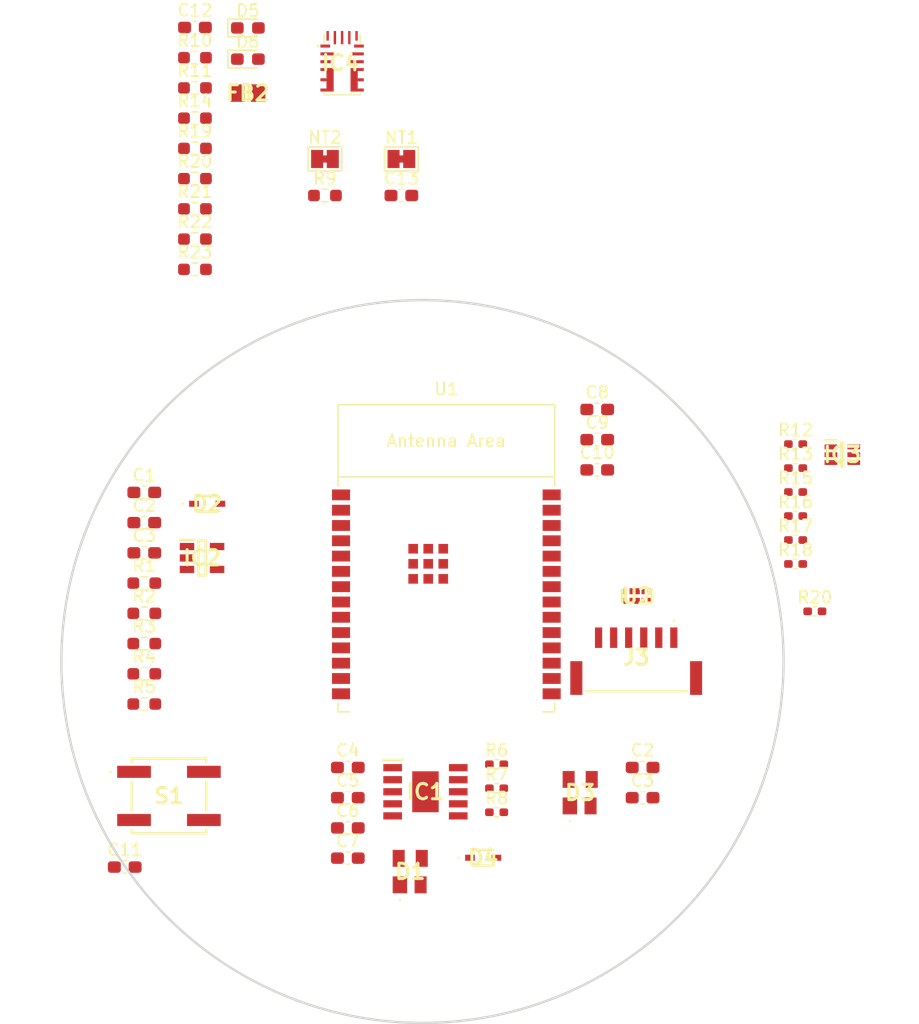
<source format=kicad_pcb>
(kicad_pcb (version 20241229) (generator "pcbnew") (generator_version "9.0")
  (layers (0 "F.Cu" signal) (4 "In1.Cu" signal) (6 "In2.Cu" signal) (2 "B.Cu" signal) (13 "F.Paste" user) (15 "B.Paste" user) (5 "F.SilkS" user "F.Silkscreen") (7 "B.SilkS" user "B.Silkscreen") (1 "F.Mask" user) (3 "B.Mask" user) (25 "Edge.Cuts" user))
  (net 0 "")
  (net 1 "GNDA")
  (net 2 "Net-(C1-Pad1)")
  (net 3 "+3V3")
  (net 4 "Net-(D2-K)")
  (net 5 "Net-(IC2-IN-)")
  (net 6 "Net-(IC2-IN+)")
  (net 7 "/0-10V Driver/VCC")
  (net 8 "GND")
  (net 9 "GNDA_2")
  (net 10 "Net-(D1-I{slash}O_1)")
  (net 11 "Net-(IC1-V5V)")
  (net 12 "/MCU/CHIP_PU")
  (net 17 "Net-(IC1-A2)")
  (net 19 "Net-(IC1-VOUT0)")
  (net 20 "Net-(IC1-A0)")
  (net 21 "Net-(IC1-A1)")
  (net 22 "/0-10V Driver/SDA")
  (net 25 "/MCU/GPIO3")
  (net 26 "/MCU/GPIO10")
  (net 27 "/MCU/GPIO9")
  (net 28 "/MCU/GPIO19")
  (net 29 "/MCU/GPIO20")
  (net 30 "/MCU/GPIO13")
  (net 31 "/MCU/GPIO5")
  (net 32 "/MCU/UART_RXD")
  (net 33 "/MCU/GPIO4")
  (net 34 "/MCU/GPIO8")
  (net 35 "/MCU/GPIO22")
  (net 36 "/MCU/GPIO11")
  (net 37 "/MCU/GPIO15")
  (net 38 "/MCU/GPIO23")
  (net 39 "/MCU/GPIO12")
  (net 40 "/MCU/UART_TXD")
  (net 41 "/MCU/GPIO0")
  (net 42 "/MCU/GPIO2")
  (net 43 "/MCU/GPIO18")
  (net 44 "/MCU/GPIO1")
  (net 45 "/MCU/GPIO21")
  (net 46 "Net-(IC3-B1)")
  (net 47 "/MCU/RTS")
  (net 48 "/MCU/DTR")
  (net 49 "Net-(IC3-B2)")
  (net 50 "Net-(U2-N{slash}C_3)")
  (net 51 "Net-(U2-N{slash}C_2)")
  (net 52 "Net-(U2-N{slash}C_1)")
  (net 53 "Net-(U2-N{slash}C_4)")
  (net 54 "Net-(U2-I{slash}O_4)")
  (net 55 "Net-(U2-I{slash}O_3)")
  (net 56 "Net-(U2-I{slash}O_2)")
  (net 57 "Net-(U2-I{slash}O_1)")
  (net 58 "/0-10V Driver/SCL")
  (net 63 "+3V3_ESP")
  (net 64 "Net-(S1-COM_2)")
  (net 65 "Net-(D5-A)")
  (net 66 "Net-(D6-A)")
  (footprint "Capacitor_SMD:C_0603_1608Metric_Pad1.08x0.95mm_HandSolder" (layer "F.Cu") (at 129.0287 89.1748)
    (property "Reference" "C6" (at 0 -1.43 0) (layer "F.SilkS"))
    (property "Value" "1uF 50V X7R ±10% 0603")
    (pad "1" smd roundrect (at -0.8625 0) (size 1.075 0.95) (layers "F.Cu" "F.Mask" "F.Paste") (net 11 "Net-(IC1-V5V)"))
    (pad "2" smd roundrect (at 0.8625 0) (size 1.075 0.95) (layers "F.Cu" "F.Mask" "F.Paste") (net 8 "GND"))
  )
  (footprint "Resistor_SMD:R_0402_1005Metric_Pad0.72x0.64mm_HandSolder" (layer "F.Cu") (at 141.3887 83.8948)
    (property "Reference" "R6" (at 0 -1.17 0) (layer "F.SilkS"))
    (property "Value" "0R 5% 0402 1/16W")
    (pad "1" smd roundrect (at -0.5975 0) (size 0.715 0.64) (layers "F.Cu" "F.Mask" "F.Paste") (net 8 "GND"))
    (pad "2" smd roundrect (at 0.5975 0) (size 0.715 0.64) (layers "F.Cu" "F.Mask" "F.Paste") (net 20 "Net-(IC1-A0)"))
  )
  (footprint "Capacitor_SMD:C_0603_1608Metric_Pad1.08x0.95mm_HandSolder" (layer "F.Cu") (at 153.5187 86.6648)
    (property "Reference" "C3" (at 0 -1.43 0) (layer "F.SilkS"))
    (property "Value" "1uF 50V X7R ±10% 0603")
    (pad "1" smd roundrect (at -0.8625 0) (size 1.075 0.95) (layers "F.Cu" "F.Mask" "F.Paste") (net 1 "GNDA"))
    (pad "2" smd roundrect (at 0.8625 0) (size 1.075 0.95) (layers "F.Cu" "F.Mask" "F.Paste") (net 3 "+3V3"))
  )
  (footprint "SamacSys_Parts:KSC221JLFS" (layer "F.Cu") (at 114.1686 86.519)
    (property "Reference" "S1" (at 0 0 0) (layer "F.SilkS") (effects (font (size 1.27 1.27) (thickness 0.254))))
    (property "Value" "KSC221JLFS" (hide yes))
    (pad "1" smd rect (at -2.9 -2 90) (size 1 2.8) (layers "F.Cu" "F.Mask" "F.Paste"))
    (pad "2" smd rect (at -2.9 2 90) (size 1 2.8) (layers "F.Cu" "F.Mask" "F.Paste"))
    (pad "3" smd rect (at 2.9 2 90) (size 1 2.8) (layers "F.Cu" "F.Mask" "F.Paste") (net 64 "Net-(S1-COM_2)"))
    (pad "4" smd rect (at 2.9 -2 90) (size 1 2.8) (layers "F.Cu" "F.Mask" "F.Paste") (net 8 "GND"))
  )
  (footprint "SamacSys_Parts:INDC2012X105N" (layer "F.Cu") (at 120.7281 28.1776)
    (property "Reference" "FB2" (at 0 0 0) (layer "F.SilkS") (effects (font (size 1.27 1.27) (thickness 0.254))))
    (property "Value" "330Ohm@100MHz 0805" (hide yes))
    (pad "1" smd rect (at -0.85 0) (size 1.2 1.45) (layers "F.Cu" "F.Mask" "F.Paste") (net 3 "+3V3"))
    (pad "2" smd rect (at 0.85 0) (size 1.2 1.45) (layers "F.Cu" "F.Mask" "F.Paste") (net 63 "+3V3_ESP"))
  )
  (footprint "Resistor_SMD:R_0402_1005Metric_Pad0.72x0.64mm_HandSolder" (layer "F.Cu") (at 167.8299 71.1962)
    (property "Reference" "R20" (at 0 -1.17 0) (layer "F.SilkS"))
    (property "Value" "100R 1% 0402 1/16W")
    (pad "1" smd roundrect (at -0.5975 0) (size 0.715 0.64) (layers "F.Cu" "F.Mask" "F.Paste"))
    (pad "2" smd roundrect (at 0.5975 0) (size 0.715 0.64) (layers "F.Cu" "F.Mask" "F.Paste"))
  )
  (footprint "Resistor_SMD:R_0603_1608Metric_Pad0.98x0.95mm_HandSolder" (layer "F.Cu") (at 116.3281 37.7876)
    (property "Reference" "R21" (at 0 -1.43 0) (layer "F.SilkS"))
    (property "Value" "330R 1% 0603")
    (pad "1" smd roundrect (at -0.9125 0) (size 0.975 0.95) (layers "F.Cu" "F.Mask" "F.Paste") (net 65 "Net-(D5-A)"))
    (pad "2" smd roundrect (at 0.9125 0) (size 0.975 0.95) (layers "F.Cu" "F.Mask" "F.Paste") (net 3 "+3V3"))
  )
  (footprint "Capacitor_SMD:C_0603_1608Metric_Pad1.08x0.95mm_HandSolder" (layer "F.Cu") (at 149.7487 59.4548)
    (property "Reference" "C10" (at 0 -1.43 0) (layer "F.SilkS"))
    (property "Value" "1uF 50V X7R ±10% 0603")
    (pad "1" smd roundrect (at -0.8625 0) (size 1.075 0.95) (layers "F.Cu" "F.Mask" "F.Paste") (net 8 "GND"))
    (pad "2" smd roundrect (at 0.8625 0) (size 1.075 0.95) (layers "F.Cu" "F.Mask" "F.Paste") (net 12 "/MCU/CHIP_PU"))
  )
  (footprint "Resistor_SMD:R_0402_1005Metric_Pad0.72x0.64mm_HandSolder" (layer "F.Cu") (at 166.2284 67.2654)
    (property "Reference" "R18" (at 0 -1.17 0) (layer "F.SilkS"))
    (property "Value" "100R 1% 0402 1/16W")
    (pad "1" smd roundrect (at -0.5975 0) (size 0.715 0.64) (layers "F.Cu" "F.Mask" "F.Paste") (net 40 "/MCU/UART_TXD"))
    (pad "2" smd roundrect (at 0.5975 0) (size 0.715 0.64) (layers "F.Cu" "F.Mask" "F.Paste") (net 57 "Net-(U2-I{slash}O_1)"))
  )
  (footprint "Capacitor_SMD:C_0603_1608Metric_Pad1.08x0.95mm_HandSolder" (layer "F.Cu") (at 112.1175 66.3424)
    (property "Reference" "C3" (at 0 -1.43 0) (layer "F.SilkS"))
    (property "Value" "16V 1uF X7R ±5% 0603")
    (pad "1" smd roundrect (at -0.8625 0) (size 1.075 0.95) (layers "F.Cu" "F.Mask" "F.Paste") (net 3 "+3V3"))
    (pad "2" smd roundrect (at 0.8625 0) (size 1.075 0.95) (layers "F.Cu" "F.Mask" "F.Paste") (net 1 "GNDA"))
  )
  (footprint "Capacitor_SMD:C_0603_1608Metric_Pad1.08x0.95mm_HandSolder" (layer "F.Cu") (at 112.1175 61.3224)
    (property "Reference" "C1" (at 0 -1.43 0) (layer "F.SilkS"))
    (property "Value" "X7R 10 nF, 0603, 50 V, ±5%")
    (pad "1" smd roundrect (at -0.8625 0) (size 1.075 0.95) (layers "F.Cu" "F.Mask" "F.Paste") (net 2 "Net-(C1-Pad1)"))
    (pad "2" smd roundrect (at 0.8625 0) (size 1.075 0.95) (layers "F.Cu" "F.Mask" "F.Paste") (net 1 "GNDA"))
  )
  (footprint "Resistor_SMD:R_0402_1005Metric_Pad0.72x0.64mm_HandSolder" (layer "F.Cu") (at 166.2284 63.2854)
    (property "Reference" "R16" (at 0 -1.17 0) (layer "F.SilkS"))
    (property "Value" "100R 1% 0402 1/16W")
    (pad "1" smd roundrect (at -0.5975 0) (size 0.715 0.64) (layers "F.Cu" "F.Mask" "F.Paste") (net 48 "/MCU/DTR"))
    (pad "2" smd roundrect (at 0.5975 0) (size 0.715 0.64) (layers "F.Cu" "F.Mask" "F.Paste") (net 55 "Net-(U2-I{slash}O_3)"))
  )
  (footprint "Capacitor_SMD:C_0603_1608Metric_Pad1.08x0.95mm_HandSolder" (layer "F.Cu") (at 153.5187 84.1548)
    (property "Reference" "C2" (at 0 -1.43 0) (layer "F.SilkS"))
    (property "Value" "100nF 50V X7R ±5% 0603")
    (pad "1" smd roundrect (at -0.8625 0) (size 1.075 0.95) (layers "F.Cu" "F.Mask" "F.Paste") (net 3 "+3V3"))
    (pad "2" smd roundrect (at 0.8625 0) (size 1.075 0.95) (layers "F.Cu" "F.Mask" "F.Paste") (net 1 "GNDA"))
  )
  (footprint "SamacSys_Parts:SOT95P280X145-5N" (layer "F.Cu") (at 116.9175 66.7674)
    (property "Reference" "IC2" (at 0 0 0) (layer "F.SilkS") (effects (font (size 1.27 1.27) (thickness 0.254))))
    (property "Value" "TLV9061IDBVR" (hide yes))
    (pad "1" smd rect (at -1.25 -0.95 90) (size 0.6 1.2) (layers "F.Cu" "F.Mask" "F.Paste") (net 5 "Net-(IC2-IN-)"))
    (pad "2" smd rect (at -1.25 0 90) (size 0.6 1.2) (layers "F.Cu" "F.Mask" "F.Paste") (net 1 "GNDA"))
    (pad "3" smd rect (at -1.25 0.95 90) (size 0.6 1.2) (layers "F.Cu" "F.Mask" "F.Paste") (net 6 "Net-(IC2-IN+)"))
    (pad "4" smd rect (at 1.25 0.95 90) (size 0.6 1.2) (layers "F.Cu" "F.Mask" "F.Paste") (net 5 "Net-(IC2-IN-)"))
    (pad "5" smd rect (at 1.25 -0.95 90) (size 0.6 1.2) (layers "F.Cu" "F.Mask" "F.Paste") (net 3 "+3V3"))
  )
  (footprint "Capacitor_SMD:C_0603_1608Metric_Pad1.08x0.95mm_HandSolder" (layer "F.Cu") (at 149.7487 56.9448)
    (property "Reference" "C9" (at 0 -1.43 0) (layer "F.SilkS"))
    (property "Value" "100nF 50V X7R ±5% 0603")
    (pad "1" smd roundrect (at -0.8625 0) (size 1.075 0.95) (layers "F.Cu" "F.Mask" "F.Paste") (net 63 "+3V3_ESP"))
    (pad "2" smd roundrect (at 0.8625 0) (size 1.075 0.95) (layers "F.Cu" "F.Mask" "F.Paste") (net 8 "GND"))
  )
  (footprint "SamacSys_Parts:UDFN10_CASE_517BB" (layer "F.Cu") (at 153.0604 69.9262 180)
    (property "Reference" "U2" (at 0 0 180) (layer "F.SilkS") (effects (font (size 1.27 1.27) (thickness 0.254))))
    (property "Value" "ESD7004MUTAG" (hide yes))
    (pad "1" smd rect (at -1 0.4 180) (size 0.25 0.5) (layers "F.Cu" "F.Mask" "F.Paste") (net 57 "Net-(U2-I{slash}O_1)"))
    (pad "2" smd rect (at -0.5 0.4 180) (size 0.25 0.5) (layers "F.Cu" "F.Mask" "F.Paste") (net 56 "Net-(U2-I{slash}O_2)"))
    (pad "3" smd rect (at 0 0.4 180) (size 0.45 0.5) (layers "F.Cu" "F.Mask" "F.Paste") (net 8 "GND"))
    (pad "4" smd rect (at 0.5 0.4 180) (size 0.25 0.5) (layers "F.Cu" "F.Mask" "F.Paste") (net 55 "Net-(U2-I{slash}O_3)"))
    (pad "5" smd rect (at 1 0.4 180) (size 0.25 0.5) (layers "F.Cu" "F.Mask" "F.Paste") (net 54 "Net-(U2-I{slash}O_4)"))
    (pad "6" smd rect (at 1 -0.4 180) (size 0.25 0.5) (layers "F.Cu" "F.Mask" "F.Paste") (net 52 "Net-(U2-N{slash}C_1)"))
    (pad "7" smd rect (at 0.5 -0.4 180) (size 0.25 0.5) (layers "F.Cu" "F.Mask" "F.Paste") (net 51 "Net-(U2-N{slash}C_2)"))
    (pad "8" smd rect (at 0 -0.4 180) (size 0.45 0.5) (layers "F.Cu" "F.Mask" "F.Paste") (net 8 "GND"))
    (pad "9" smd rect (at -0.5 -0.4 180) (size 0.25 0.5) (layers "F.Cu" "F.Mask" "F.Paste") (net 50 "Net-(U2-N{slash}C_3)"))
    (pad "10" smd rect (at -1 -0.4 180) (size 0.25 0.5) (layers "F.Cu" "F.Mask" "F.Paste") (net 53 "Net-(U2-N{slash}C_4)"))
  )
  (footprint "SamacSys_Parts:SOT65P210X110-6N" (layer "F.Cu") (at 170.1134 58.1954)
    (property "Reference" "IC3" (at 0 0 0) (layer "F.SilkS") (effects (font (size 1.27 1.27) (thickness 0.254))))
    (property "Value" "BC847BDW1T1G" (hide yes))
    (pad "1" smd rect (at -0.95 -0.65 90) (size 0.4 1.05) (layers "F.Cu" "F.Mask" "F.Paste") (net 48 "/MCU/DTR"))
    (pad "2" smd rect (at -0.95 0 90) (size 0.4 1.05) (layers "F.Cu" "F.Mask" "F.Paste") (net 49 "Net-(IC3-B2)"))
    (pad "3" smd rect (at -0.95 0.65 90) (size 0.4 1.05) (layers "F.Cu" "F.Mask" "F.Paste") (net 12 "/MCU/CHIP_PU"))
    (pad "4" smd rect (at 0.95 0.65 90) (size 0.4 1.05) (layers "F.Cu" "F.Mask" "F.Paste") (net 47 "/MCU/RTS"))
    (pad "5" smd rect (at 0.95 0 90) (size 0.4 1.05) (layers "F.Cu" "F.Mask" "F.Paste") (net 46 "Net-(IC3-B1)"))
    (pad "6" smd rect (at 0.95 -0.65 90) (size 0.4 1.05) (layers "F.Cu" "F.Mask" "F.Paste") (net 27 "/MCU/GPIO9"))
  )
  (footprint "Resistor_SMD:R_0603_1608Metric_Pad0.98x0.95mm_HandSolder" (layer "F.Cu") (at 116.3281 42.8076)
    (property "Reference" "R23" (at 0 -1.43 0) (layer "F.SilkS"))
    (property "Value" "220R 1% 0603")
    (pad "1" smd roundrect (at -0.9125 0) (size 0.975 0.95) (layers "F.Cu" "F.Mask" "F.Paste") (net 66 "Net-(D6-A)"))
    (pad "2" smd roundrect (at 0.9125 0) (size 0.975 0.95) (layers "F.Cu" "F.Mask" "F.Paste") (net 3 "+3V3"))
  )
  (footprint "SamacSys_Parts:BM06BGHSTBTLFSN" (layer "F.Cu") (at 152.9876 75.6084)
    (property "Reference" "J3" (at 0 -0.587 0) (layer "F.SilkS") (effects (font (size 1.27 1.27) (thickness 0.254))))
    (property "Value" "BM06B-GHS-TBT_LF__SN_" (hide yes))
    (pad "1" smd rect (at 3.125 -2.225) (size 0.6 1.7) (layers "F.Cu" "F.Mask" "F.Paste") (net 8 "GND"))
    (pad "2" smd rect (at 1.875 -2.225) (size 0.6 1.7) (layers "F.Cu" "F.Mask" "F.Paste") (net 53 "Net-(U2-N{slash}C_4)"))
    (pad "3" smd rect (at 0.625 -2.225) (size 0.6 1.7) (layers "F.Cu" "F.Mask" "F.Paste") (net 50 "Net-(U2-N{slash}C_3)"))
    (pad "4" smd rect (at -0.625 -2.225) (size 0.6 1.7) (layers "F.Cu" "F.Mask" "F.Paste") (net 51 "Net-(U2-N{slash}C_2)"))
    (pad "5" smd rect (at -1.875 -2.225) (size 0.6 1.7) (layers "F.Cu" "F.Mask" "F.Paste") (net 52 "Net-(U2-N{slash}C_1)"))
    (pad "6" smd rect (at -3.125 -2.225) (size 0.6 1.7) (layers "F.Cu" "F.Mask" "F.Paste"))
    (pad "MP1" smd rect (at 4.975 1.125) (size 1 2.8) (layers "F.Cu" "F.Mask" "F.Paste") (net 8 "GND"))
    (pad "MP2" smd rect (at -4.975 1.125) (size 1 2.8) (layers "F.Cu" "F.Mask" "F.Paste") (net 8 "GND"))
  )
  (footprint "Resistor_SMD:R_0603_1608Metric_Pad0.98x0.95mm_HandSolder" (layer "F.Cu") (at 127.1281 36.6776)
    (property "Reference" "R9" (at 0 -1.43 0) (layer "F.SilkS"))
    (property "Value" "330R 0.1% 0603 1/10W")
    (pad "1" smd roundrect (at -0.9125 0) (size 0.975 0.95) (layers "F.Cu" "F.Mask" "F.Paste") (net 19 "Net-(IC1-VOUT0)"))
    (pad "2" smd roundrect (at 0.9125 0) (size 0.975 0.95) (layers "F.Cu" "F.Mask" "F.Paste") (net 10 "Net-(D1-I{slash}O_1)"))
  )
  (footprint "Capacitor_SMD:C_0603_1608Metric_Pad1.08x0.95mm_HandSolder" (layer "F.Cu") (at 129.0287 91.6848)
    (property "Reference" "C7" (at 0 -1.43 0) (layer "F.SilkS"))
    (property "Value" "100nF 50V X7R ±5% 0603")
    (pad "1" smd roundrect (at -0.8625 0) (size 1.075 0.95) (layers "F.Cu" "F.Mask" "F.Paste") (net 7 "/0-10V Driver/VCC"))
    (pad "2" smd roundrect (at 0.8625 0) (size 1.075 0.95) (layers "F.Cu" "F.Mask" "F.Paste") (net 8 "GND"))
  )
  (footprint "Resistor_SMD:R_0402_1005Metric_Pad0.72x0.64mm_HandSolder" (layer "F.Cu") (at 166.2284 57.3154)
    (property "Reference" "R12" (at 0 -1.17 0) (layer "F.SilkS"))
    (property "Value" "10K 1% 0402 1/16W")
    (pad "1" smd roundrect (at -0.5975 0) (size 0.715 0.64) (layers "F.Cu" "F.Mask" "F.Paste") (net 49 "Net-(IC3-B2)"))
    (pad "2" smd roundrect (at 0.5975 0) (size 0.715 0.64) (layers "F.Cu" "F.Mask" "F.Paste") (net 47 "/MCU/RTS"))
  )
  (footprint "Jumper:SolderJumper-2_P1.3mm_Bridged_Pad1.0x1.5mm" (layer "F.Cu") (at 127.1281 33.6476)
    (property "Reference" "NT2" (at 0 -1.8 0) (layer "F.SilkS"))
    (property "Value" "NetTie_2")
    (fp_poly (pts (xy -0.25 -0.3) (xy 0.25 -0.3) (xy 0.25 0.3) (xy -0.25 0.3)) (fill yes) (layer "F.Cu"))
    (pad "1" smd rect (at -0.65 0) (size 1 1.5) (layers "F.Cu" "F.Mask") (net 9 "GNDA_2"))
    (pad "2" smd rect (at 0.65 0) (size 1 1.5) (layers "F.Cu" "F.Mask") (net 8 "GND"))
  )
  (footprint "Resistor_SMD:R_0402_1005Metric_Pad0.72x0.64mm_HandSolder" (layer "F.Cu") (at 141.3887 85.8848)
    (property "Reference" "R7" (at 0 -1.17 0) (layer "F.SilkS"))
    (property "Value" "0R 5% 0402 1/16W")
    (pad "1" smd roundrect (at -0.5975 0) (size 0.715 0.64) (layers "F.Cu" "F.Mask" "F.Paste") (net 8 "GND"))
    (pad "2" smd roundrect (at 0.5975 0) (size 0.715 0.64) (layers "F.Cu" "F.Mask" "F.Paste") (net 21 "Net-(IC1-A1)"))
  )
  (footprint "Resistor_SMD:R_0603_1608Metric_Pad0.98x0.95mm_HandSolder" (layer "F.Cu") (at 116.3281 35.2776)
    (property "Reference" "R20" (at 0 -1.43 0) (layer "F.SilkS"))
    (property "Value" "10K 5% 0603 1/10W")
    (pad "1" smd roundrect (at -0.9125 0) (size 0.975 0.95) (layers "F.Cu" "F.Mask" "F.Paste") (net 33 "/MCU/GPIO4"))
    (pad "2" smd roundrect (at 0.9125 0) (size 0.975 0.95) (layers "F.Cu" "F.Mask" "F.Paste") (net 3 "+3V3"))
  )
  (footprint "Resistor_SMD:R_0603_1608Metric_Pad0.98x0.95mm_HandSolder" (layer "F.Cu") (at 116.3281 25.2376)
    (property "Reference" "R10" (at 0 -1.43 0) (layer "F.SilkS"))
    (property "Value" "10K 5% 0603 1/10W")
    (pad "1" smd roundrect (at -0.9125 0) (size 0.975 0.95) (layers "F.Cu" "F.Mask" "F.Paste") (net 12 "/MCU/CHIP_PU"))
    (pad "2" smd roundrect (at 0.9125 0) (size 0.975 0.95) (layers "F.Cu" "F.Mask" "F.Paste") (net 63 "+3V3_ESP"))
  )
  (footprint "Capacitor_SMD:C_0603_1608Metric_Pad1.08x0.95mm_HandSolder" (layer "F.Cu") (at 129.0287 84.1548)
    (property "Reference" "C4" (at 0 -1.43 0) (layer "F.SilkS"))
    (property "Value" "1uF 50V X7R ±10% 0603")
    (pad "1" smd roundrect (at -0.8625 0) (size 1.075 0.95) (layers "F.Cu" "F.Mask" "F.Paste") (net 8 "GND"))
    (pad "2" smd roundrect (at 0.8625 0) (size 1.075 0.95) (layers "F.Cu" "F.Mask" "F.Paste") (net 7 "/0-10V Driver/VCC"))
  )
  (footprint "Capacitor_SMD:C_0603_1608Metric_Pad1.08x0.95mm_HandSolder" (layer "F.Cu") (at 116.3281 22.7276)
    (property "Reference" "C12" (at 0 -1.43 0) (layer "F.SilkS"))
    (property "Value" "1uF 50V X7R ±10% 0603")
    (pad "1" smd roundrect (at -0.8625 0) (size 1.075 0.95) (layers "F.Cu" "F.Mask" "F.Paste") (net 8 "GND"))
    (pad "2" smd roundrect (at 0.8625 0) (size 1.075 0.95) (layers "F.Cu" "F.Mask" "F.Paste") (net 63 "+3V3_ESP"))
  )
  (footprint "SamacSys_Parts:QFN-19" (layer "F.Cu") (at 128.5531 25.8226)
    (property "Reference" "IC4" (at -0.125 -0.15 0) (layer "F.SilkS") (effects (font (size 1.27 1.27) (thickness 0.254))))
    (property "Value" "MPM3510AGQV" (hide yes))
    (pad "1" smd rect (at -1.4 -1.55 90) (size 0.25 0.8) (layers "F.Cu" "F.Mask" "F.Paste"))
    (pad "2" smd rect (at -1.25 -0.9 90) (size 0.25 1.1) (layers "F.Cu" "F.Mask" "F.Paste"))
    (pad "3" smd rect (at -1.25 -0.25 90) (size 0.25 1.1) (layers "F.Cu" "F.Mask" "F.Paste"))
    (pad "4" smd rect (at -1.55 0.4 90) (size 0.25 0.5) (layers "F.Cu" "F.Mask" "F.Paste"))
    (pad "5" smd rect (at -1.55 1.25 90) (size 0.25 0.5) (layers "F.Cu" "F.Mask" "F.Paste"))
    (pad "6" smd rect (at -1.55 2.1 90) (size 0.25 0.5) (layers "F.Cu" "F.Mask" "F.Paste"))
    (pad "7" smd rect (at 1.55 2.1 90) (size 0.25 0.5) (layers "F.Cu" "F.Mask" "F.Paste"))
    (pad "8" smd rect (at 1.55 1.25 90) (size 0.25 0.5) (layers "F.Cu" "F.Mask" "F.Paste"))
    (pad "9" smd rect (at 1.55 0.4 90) (size 0.25 0.5) (layers "F.Cu" "F.Mask" "F.Paste"))
    (pad "10" smd rect (at 1.25 -0.25 90) (size 0.25 1.1) (layers "F.Cu" "F.Mask" "F.Paste"))
    (pad "11" smd rect (at 1.25 -0.9 90) (size 0.25 1.1) (layers "F.Cu" "F.Mask" "F.Paste"))
    (pad "12" smd rect (at 1.4 -1.55 90) (size 0.25 0.8) (layers "F.Cu" "F.Mask" "F.Paste"))
    (pad "13" smd rect (at 1.2 -2.4) (size 0.2 0.8) (layers "F.Cu" "F.Mask" "F.Paste"))
    (pad "14" smd rect (at 0.6 -2.25) (size 0.2 1.1) (layers "F.Cu" "F.Mask" "F.Paste"))
    (pad "15" smd rect (at 0 -2.25) (size 0.2 1.1) (layers "F.Cu" "F.Mask" "F.Paste"))
    (pad "16" smd rect (at -0.6 -2.25) (size 0.2 1.1) (layers "F.Cu" "F.Mask" "F.Paste"))
    (pad "17" smd rect (at -1.2 -2.4) (size 0.2 0.8) (layers "F.Cu" "F.Mask" "F.Paste"))
    (pad "18" smd rect (at -1 1.25) (size 0.6 1.95) (layers "F.Cu" "F.Mask" "F.Paste"))
    (pad "19" smd rect (at 1 1.25) (size 0.6 1.95) (layers "F.Cu" "F.Mask" "F.Paste"))
  )
  (footprint "Capacitor_SMD:C_0603_1608Metric_Pad1.08x0.95mm_HandSolder" (layer "F.Cu") (at 133.4781 36.6776)
    (property "Reference" "C13" (at 0 -1.43 0) (layer "F.SilkS"))
    (property "Value" "100nF 50V X7R ±5% 0603")
    (pad "1" smd roundrect (at -0.8625 0) (size 1.075 0.95) (layers "F.Cu" "F.Mask" "F.Paste") (net 44 "/MCU/GPIO1"))
    (pad "2" smd roundrect (at 0.8625 0) (size 1.075 0.95) (layers "F.Cu" "F.Mask" "F.Paste") (net 1 "GNDA"))
  )
  (footprint "Resistor_SMD:R_0402_1005Metric_Pad0.72x0.64mm_HandSolder" (layer "F.Cu") (at 166.2284 59.3054)
    (property "Reference" "R13" (at 0 -1.17 0) (layer "F.SilkS"))
    (property "Value" "10K 1% 0402 1/16W")
    (pad "1" smd roundrect (at -0.5975 0) (size 0.715 0.64) (layers "F.Cu" "F.Mask" "F.Paste") (net 48 "/MCU/DTR"))
    (pad "2" smd roundrect (at 0.5975 0) (size 0.715 0.64) (layers "F.Cu" "F.Mask" "F.Paste") (net 46 "Net-(IC3-B1)"))
  )
  (footprint "Capacitor_SMD:C_0603_1608Metric_Pad1.08x0.95mm_HandSolder" (layer "F.Cu") (at 129.0287 86.6648)
    (property "Reference" "C5" (at 0 -1.43 0) (layer "F.SilkS"))
    (property "Value" "100nF 50V X7R ±5% 0603")
    (pad "1" smd roundrect (at -0.8625 0) (size 1.075 0.95) (layers "F.Cu" "F.Mask" "F.Paste") (net 10 "Net-(D1-I{slash}O_1)"))
    (pad "2" smd roundrect (at 0.8625 0) (size 1.075 0.95) (layers "F.Cu" "F.Mask" "F.Paste") (net 9 "GNDA_2"))
  )
  (footprint "SamacSys_Parts:SR70" (layer "F.Cu") (at 148.3337 86.2498)
    (property "Reference" "D3" (at 0 0 0) (layer "F.SilkS") (effects (font (size 1.27 1.27) (thickness 0.254))))
    (property "Value" "SR70" (hide yes))
    (pad "1" smd rect (at -0.86 1.1) (size 1.2 1.4) (layers "F.Cu" "F.Mask" "F.Paste") (net 8 "GND"))
    (pad "2" smd rect (at 0.86 1.1) (size 1 1.4) (layers "F.Cu" "F.Mask" "F.Paste") (net 4 "Net-(D2-K)"))
    (pad "3" smd rect (at 0.96 -1.1) (size 1 1.4) (layers "F.Cu" "F.Mask" "F.Paste"))
    (pad "4" smd rect (at -0.96 -1.1) (size 1 1.4) (layers "F.Cu" "F.Mask" "F.Paste"))
  )
  (footprint "Resistor_SMD:R_0603_1608Metric_Pad0.98x0.95mm_HandSolder" (layer "F.Cu") (at 112.1175 78.8924)
    (property "Reference" "R5" (at 0 -1.43 0) (layer "F.SilkS"))
    (property "Value" "1M 0603 0.1% 0.1W")
    (pad "1" smd roundrect (at -0.9125 0) (size 0.975 0.95) (layers "F.Cu" "F.Mask" "F.Paste") (net 3 "+3V3"))
    (pad "2" smd roundrect (at 0.9125 0) (size 0.975 0.95) (layers "F.Cu" "F.Mask" "F.Paste") (net 44 "/MCU/GPIO1"))
  )
  (footprint "Jumper:SolderJumper-2_P1.3mm_Bridged_Pad1.0x1.5mm" (layer "F.Cu") (at 133.4781 33.6476)
    (property "Reference" "NT1" (at 0 -1.8 0) (layer "F.SilkS"))
    (property "Value" "NetTie_2")
    (fp_poly (pts (xy -0.25 -0.3) (xy 0.25 -0.3) (xy 0.25 0.3) (xy -0.25 0.3)) (fill yes) (layer "F.Cu"))
    (pad "1" smd rect (at -0.65 0) (size 1 1.5) (layers "F.Cu" "F.Mask") (net 1 "GNDA"))
    (pad "2" smd rect (at 0.65 0) (size 1 1.5) (layers "F.Cu" "F.Mask") (net 8 "GND"))
  )
  (footprint "Diode_SMD:D_0603_1608Metric_Pad1.05x0.95mm_HandSolder" (layer "F.Cu") (at 120.7231 22.7676)
    (property "Reference" "D5" (at 0 -1.43 0) (layer "F.SilkS"))
    (property "Value" "LED GREEN")
    (pad "1" smd roundrect (at -0.875 0) (size 1.05 0.95) (layers "F.Cu" "F.Mask" "F.Paste") (net 35 "/MCU/GPIO22"))
    (pad "2" smd roundrect (at 0.875 0) (size 1.05 0.95) (layers "F.Cu" "F.Mask" "F.Paste") (net 65 "Net-(D5-A)"))
  )
  (footprint "Resistor_SMD:R_0402_1005Metric_Pad0.72x0.64mm_HandSolder" (layer "F.Cu") (at 141.3887 87.8748)
    (property "Reference" "R8" (at 0 -1.17 0) (layer "F.SilkS"))
    (property "Value" "0R 5% 0402 1/16W")
    (pad "1" smd roundrect (at -0.5975 0) (size 0.715 0.64) (layers "F.Cu" "F.Mask" "F.Paste") (net 17 "Net-(IC1-A2)"))
    (pad "2" smd roundrect (at 0.5975 0) (size 0.715 0.64) (layers "F.Cu" "F.Mask" "F.Paste") (net 8 "GND"))
  )
  (footprint "Resistor_SMD:R_0603_1608Metric_Pad0.98x0.95mm_HandSolder" (layer "F.Cu") (at 116.3281 30.2576)
    (property "Reference" "R14" (at 0 -1.43 0) (layer "F.SilkS"))
    (property "Value" "3K3 1% 0603 1/10W")
    (pad "1" smd roundrect (at -0.9125 0) (size 0.975 0.95) (layers "F.Cu" "F.Mask" "F.Paste") (net 3 "+3V3"))
    (pad "2" smd roundrect (at 0.9125 0) (size 0.975 0.95) (layers "F.Cu" "F.Mask" "F.Paste") (net 58 "/0-10V Driver/SCL"))
  )
  (footprint "Capacitor_SMD:C_0603_1608Metric_Pad1.08x0.95mm_HandSolder" (layer "F.Cu") (at 112.1175 63.8324)
    (property "Reference" "C2" (at 0 -1.43 0) (layer "F.SilkS"))
    (property "Value" "100nF 16V X7R ±5% 0603")
    (pad "1" smd roundrect (at -0.8625 0) (size 1.075 0.95) (layers "F.Cu" "F.Mask" "F.Paste") (net 3 "+3V3"))
    (pad "2" smd roundrect (at 0.8625 0) (size 1.075 0.95) (layers "F.Cu" "F.Mask" "F.Paste") (net 1 "GNDA"))
  )
  (footprint "Resistor_SMD:R_0402_1005Metric_Pad0.72x0.64mm_HandSolder" (layer "F.Cu") (at 166.2284 65.2754)
    (property "Reference" "R17" (at 0 -1.17 0) (layer "F.SilkS"))
    (property "Value" "100R 1% 0402 1/16W")
    (pad "1" smd roundrect (at -0.5975 0) (size 0.715 0.64) (layers "F.Cu" "F.Mask" "F.Paste") (net 32 "/MCU/UART_RXD"))
    (pad "2" smd roundrect (at 0.5975 0) (size 0.715 0.64) (layers "F.Cu" "F.Mask" "F.Paste") (net 56 "Net-(U2-I{slash}O_2)"))
  )
  (footprint "PCM_Espressif:ESP32-C6-WROOM-1" (layer "F.Cu") (at 137.2137 69.7898)
    (property "Reference" "U1" (at 0 -17.05 0) (layer "F.SilkS"))
    (property "Value" "ESP32-C6-WROOM-1-N8")
    (fp_text user "Antenna Area" (at 0 -12.75 0) (layer "F.SilkS"))
    (pad "1" smd rect (at -8.75 -8.26) (size 1.5 0.9) (layers "F.Cu" "F.Mask" "F.Paste") (net 8 "GND"))
    (pad "2" smd rect (at -8.75 -6.99) (size 1.5 0.9) (layers "F.Cu" "F.Mask" "F.Paste") (net 63 "+3V3_ESP"))
    (pad "3" smd rect (at -8.75 -5.72) (size 1.5 0.9) (layers "F.Cu" "F.Mask" "F.Paste") (net 12 "/MCU/CHIP_PU"))
    (pad "4" smd rect (at -8.75 -4.45) (size 1.5 0.9) (layers "F.Cu" "F.Mask" "F.Paste") (net 33 "/MCU/GPIO4"))
    (pad "5" smd rect (at -8.75 -3.18) (size 1.5 0.9) (layers "F.Cu" "F.Mask" "F.Paste") (net 31 "/MCU/GPIO5"))
    (pad "6" smd rect (at -8.75 -1.91) (size 1.5 0.9) (layers "F.Cu" "F.Mask" "F.Paste") (net 22 "/0-10V Driver/SDA"))
    (pad "7" smd rect (at -8.75 -0.64) (size 1.5 0.9) (layers "F.Cu" "F.Mask" "F.Paste") (net 58 "/0-10V Driver/SCL"))
    (pad "8" smd rect (at -8.75 0.63) (size 1.5 0.9) (layers "F.Cu" "F.Mask" "F.Paste") (net 41 "/MCU/GPIO0"))
    (pad "9" smd rect (at -8.75 1.9) (size 1.5 0.9) (layers "F.Cu" "F.Mask" "F.Paste") (net 44 "/MCU/GPIO1"))
    (pad "10" smd rect (at -8.75 3.17) (size 1.5 0.9) (layers "F.Cu" "F.Mask" "F.Paste") (net 34 "/MCU/GPIO8"))
    (pad "11" smd rect (at -8.75 4.44) (size 1.5 0.9) (layers "F.Cu" "F.Mask" "F.Paste") (net 26 "/MCU/GPIO10"))
    (pad "12" smd rect (at -8.75 5.71) (size 1.5 0.9) (layers "F.Cu" "F.Mask" "F.Paste") (net 36 "/MCU/GPIO11"))
    (pad "13" smd rect (at -8.75 6.98) (size 1.5 0.9) (layers "F.Cu" "F.Mask" "F.Paste") (net 39 "/MCU/GPIO12"))
    (pad "14" smd rect (at -8.75 8.25) (size 1.5 0.9) (layers "F.Cu" "F.Mask" "F.Paste") (net 30 "/MCU/GPIO13"))
    (pad "15" smd rect (at 8.75 8.25 180) (size 1.5 0.9) (layers "F.Cu" "F.Mask" "F.Paste") (net 27 "/MCU/GPIO9"))
    (pad "16" smd rect (at 8.75 6.98 180) (size 1.5 0.9) (layers "F.Cu" "F.Mask" "F.Paste") (net 43 "/MCU/GPIO18"))
    (pad "17" smd rect (at 8.75 5.71 180) (size 1.5 0.9) (layers "F.Cu" "F.Mask" "F.Paste") (net 28 "/MCU/GPIO19"))
    (pad "18" smd rect (at 8.75 4.44 180) (size 1.5 0.9) (layers "F.Cu" "F.Mask" "F.Paste") (net 29 "/MCU/GPIO20"))
    (pad "19" smd rect (at 8.75 3.17 180) (size 1.5 0.9) (layers "F.Cu" "F.Mask" "F.Paste") (net 45 "/MCU/GPIO21"))
    (pad "20" smd rect (at 8.75 1.9 180) (size 1.5 0.9) (layers "F.Cu" "F.Mask" "F.Paste") (net 35 "/MCU/GPIO22"))
    (pad "21" smd rect (at 8.75 0.63 180) (size 1.5 0.9) (layers "F.Cu" "F.Mask" "F.Paste") (net 38 "/MCU/GPIO23"))
    (pad "22" smd rect (at 8.75 -0.64 180) (size 1.5 0.9) (layers "F.Cu" "F.Mask" "F.Paste"))
    (pad "23" smd rect (at 8.75 -1.91 180) (size 1.5 0.9) (layers "F.Cu" "F.Mask" "F.Paste") (net 37 "/MCU/GPIO15"))
    (pad "24" smd rect (at 8.75 -3.18 180) (size 1.5 0.9) (layers "F.Cu" "F.Mask" "F.Paste") (net 32 "/MCU/UART_RXD"))
    (pad "25" smd rect (at 8.75 -4.45 180) (size 1.5 0.9) (layers "F.Cu" "F.Mask" "F.Paste") (net 40 "/MCU/UART_TXD"))
    (pad "26" smd rect (at 8.75 -5.72 180) (size 1.5 0.9) (layers "F.Cu" "F.Mask" "F.Paste") (net 25 "/MCU/GPIO3"))
    (pad "27" smd rect (at 8.75 -6.99 180) (size 1.5 0.9) (layers "F.Cu" "F.Mask" "F.Paste") (net 42 "/MCU/GPIO2"))
    (pad "28" smd rect (at 8.75 -8.26 180) (size 1.5 0.9) (layers "F.Cu" "F.Mask" "F.Paste") (net 8 "GND"))
    (pad "29" smd rect (at -2.755 -3.79 180) (size 0.8 0.8) (layers "F.Cu" "F.Mask" "F.Paste") (net 8 "GND"))
    (pad "29" smd rect (at -2.755 -2.54 180) (size 0.8 0.8) (layers "F.Cu" "F.Mask" "F.Paste") (net 8 "GND"))
    (pad "29" smd rect (at -2.755 -1.29 180) (size 0.8 0.8) (layers "F.Cu" "F.Mask" "F.Paste") (net 8 "GND"))
    (pad "29" smd rect (at -1.505 -3.79 180) (size 0.8 0.8) (layers "F.Cu" "F.Mask" "F.Paste") (net 8 "GND"))
    (pad "29" smd rect (at -1.505 -2.54 180) (size 0.8 0.8) (layers "F.Cu" "F.Mask" "F.Paste") (net 8 "GND"))
    (pad "29" smd rect (at -1.505 -1.29 180) (size 0.8 0.8) (layers "F.Cu" "F.Mask" "F.Paste") (net 8 "GND"))
    (pad "29" smd rect (at -0.255 -3.79 180) (size 0.8 0.8) (layers "F.Cu" "F.Mask" "F.Paste") (net 8 "GND"))
    (pad "29" smd rect (at -0.255 -2.54 180) (size 0.8 0.8) (layers "F.Cu" "F.Mask" "F.Paste") (net 8 "GND"))
    (pad "29" smd rect (at -0.255 -1.29 180) (size 0.8 0.8) (layers "F.Cu" "F.Mask" "F.Paste") (net 8 "GND"))
  )
  (footprint "Resistor_SMD:R_0402_1005Metric_Pad0.72x0.64mm_HandSolder" (layer "F.Cu") (at 166.2284 61.2954)
    (property "Reference" "R15" (at 0 -1.17 0) (layer "F.SilkS"))
    (property "Value" "100R 1% 0402 1/16W")
    (pad "1" smd roundrect (at -0.5975 0) (size 0.715 0.64) (layers "F.Cu" "F.Mask" "F.Paste") (net 47 "/MCU/RTS"))
    (pad "2" smd roundrect (at 0.5975 0) (size 0.715 0.64) (layers "F.Cu" "F.Mask" "F.Paste") (net 54 "Net-(U2-I{slash}O_4)"))
  )
  (footprint "Resistor_SMD:R_0603_1608Metric_Pad0.98x0.95mm_HandSolder" (layer "F.Cu") (at 116.3281 32.7676)
    (property "Reference" "R19" (at 0 -1.43 0) (layer "F.SilkS"))
    (property "Value" "3K3 1% 0603 1/10W")
    (pad "1" smd roundrect (at -0.9125 0) (size 0.975 0.95) (layers "F.Cu" "F.Mask" "F.Paste") (net 3 "+3V3"))
    (pad "2" smd roundrect (at 0.9125 0) (size 0.975 0.95) (layers "F.Cu" "F.Mask" "F.Paste") (net 22 "/0-10V Driver/SDA"))
  )
  (footprint "Resistor_SMD:R_0603_1608Metric_Pad0.98x0.95mm_HandSolder" (layer "F.Cu") (at 112.1175 71.3624)
    (property "Reference" "R2" (at 0 -1.43 0) (layer "F.SilkS"))
    (property "Value" "100k 0603 0.1% 0.1W")
    (pad "1" smd roundrect (at -0.9125 0) (size 0.975 0.95) (layers "F.Cu" "F.Mask" "F.Paste") (net 1 "GNDA"))
    (pad "2" smd roundrect (at 0.9125 0) (size 0.975 0.95) (layers "F.Cu" "F.Mask" "F.Paste") (net 6 "Net-(IC2-IN+)"))
  )
  (footprint "Resistor_SMD:R_0603_1608Metric_Pad0.98x0.95mm_HandSolder" (layer "F.Cu") (at 112.1175 68.8524)
    (property "Reference" "R1" (at 0 -1.43 0) (layer "F.SilkS"))
    (property "Value" "100k 0603 0.1% 0.1W")
    (pad "1" smd roundrect (at -0.9125 0) (size 0.975 0.95) (layers "F.Cu" "F.Mask" "F.Paste") (net 4 "Net-(D2-K)"))
    (pad "2" smd roundrect (at 0.9125 0) (size 0.975 0.95) (layers "F.Cu" "F.Mask" "F.Paste") (net 2 "Net-(C1-Pad1)"))
  )
  (footprint "SamacSys_Parts:SOP100P600X165-11N" (layer "F.Cu") (at 135.4787 86.1748)
    (property "Reference" "IC1" (at 0 0 0) (layer "F.SilkS") (effects (font (size 1.27 1.27) (thickness 0.254))))
    (property "Value" "GP8403-TC50-EW" (hide yes))
    (pad "1" smd rect (at -2.725 -2 90) (size 0.6 1.55) (layers "F.Cu" "F.Mask" "F.Paste") (net 58 "/0-10V Driver/SCL"))
    (pad "2" smd rect (at -2.725 -1 90) (size 0.6 1.55) (layers "F.Cu" "F.Mask" "F.Paste") (net 22 "/0-10V Driver/SDA"))
    (pad "3" smd rect (at -2.725 0 90) (size 0.6 1.55) (layers "F.Cu" "F.Mask" "F.Paste") (net 20 "Net-(IC1-A0)"))
    (pad "4" smd rect (at -2.725 1 90) (size 0.6 1.55) (layers "F.Cu" "F.Mask" "F.Paste") (net 21 "Net-(IC1-A1)"))
    (pad "5" smd rect (at -2.725 2 90) (size 0.6 1.55) (layers "F.Cu" "F.Mask" "F.Paste") (net 7 "/0-10V Driver/VCC"))
    (pad "6" smd rect (at 2.725 2 90) (size 0.6 1.55) (layers "F.Cu" "F.Mask" "F.Paste") (net 9 "GNDA_2"))
    (pad "7" smd rect (at 2.725 1 90) (size 0.6 1.55) (layers "F.Cu" "F.Mask" "F.Paste"))
    (pad "8" smd rect (at 2.725 0 90) (size 0.6 1.55) (layers "F.Cu" "F.Mask" "F.Paste") (net 19 "Net-(IC1-VOUT0)"))
    (pad "9" smd rect (at 2.725 -1 90) (size 0.6 1.55) (layers "F.Cu" "F.Mask" "F.Paste") (net 17 "Net-(IC1-A2)"))
    (pad "10" smd rect (at 2.725 -2 90) (size 0.6 1.55) (layers "F.Cu" "F.Mask" "F.Paste") (net 11 "Net-(IC1-V5V)"))
    (pad "11" smd rect (at 0 0) (size 2.2 3.4) (layers "F.Cu" "F.Mask" "F.Paste") (net 8 "GND"))
  )
  (footprint "SamacSys_Parts:CDSOD323T15" (layer "F.Cu") (at 140.2737 91.6498)
    (property "Reference" "D4" (at 0 0 0) (layer "F.SilkS") (effects (font (size 1.27 1.27) (thickness 0.254))))
    (property "Value" "CDSOD323-T15" (hide yes))
    (pad "1" smd rect (at -1.1 0 90) (size 0.5 0.8) (layers "F.Cu" "F.Mask" "F.Paste") (net 10 "Net-(D1-I{slash}O_1)"))
    (pad "2" smd rect (at 1.1 0 90) (size 0.5 0.8) (layers "F.Cu" "F.Mask" "F.Paste") (net 8 "GND"))
  )
  (footprint "Resistor_SMD:R_0603_1608Metric_Pad0.98x0.95mm_HandSolder" (layer "F.Cu") (at 116.3281 40.2976)
    (property "Reference" "R22" (at 0 -1.43 0) (layer "F.SilkS"))
    (property "Value" "3K3 1% 0603 1/10W")
    (pad "1" smd roundrect (at -0.9125 0) (size 0.975 0.95) (layers "F.Cu" "F.Mask" "F.Paste") (net 33 "/MCU/GPIO4"))
    (pad "2" smd roundrect (at 0.9125 0) (size 0.975 0.95) (layers "F.Cu" "F.Mask" "F.Paste") (net 64 "Net-(S1-COM_2)"))
  )
  (footprint "Resistor_SMD:R_0603_1608Metric_Pad0.98x0.95mm_HandSolder" (layer "F.Cu") (at 112.1175 76.3824)
    (property "Reference" "R4" (at 0 -1.43 0) (layer "F.SilkS"))
    (property "Value" "47R 0603 5% 0.1W")
    (pad "1" smd roundrect (at -0.9125 0) (size 0.975 0.95) (layers "F.Cu" "F.Mask" "F.Paste") (net 44 "/MCU/GPIO1"))
    (pad "2" smd roundrect (at 0.9125 0) (size 0.975 0.95) (layers "F.Cu" "F.Mask" "F.Paste") (net 5 "Net-(IC2-IN-)"))
  )
  (footprint "Capacitor_SMD:C_0603_1608Metric_Pad1.08x0.95mm_HandSolder" (layer "F.Cu") (at 149.7487 54.4348)
    (property "Reference" "C8" (at 0 -1.43 0) (layer "F.SilkS"))
    (property "Value" "10uF 25V X5R ±20% 0603")
    (pad "1" smd roundrect (at -0.8625 0) (size 1.075 0.95) (layers "F.Cu" "F.Mask" "F.Paste") (net 63 "+3V3_ESP"))
    (pad "2" smd roundrect (at 0.8625 0) (size 1.075 0.95) (layers "F.Cu" "F.Mask" "F.Paste") (net 8 "GND"))
  )
  (footprint "Diode_SMD:D_0603_1608Metric_Pad1.05x0.95mm_HandSolder" (layer "F.Cu") (at 120.7231 25.3576)
    (property "Reference" "D6" (at 0 -1.43 0) (layer "F.SilkS"))
    (property "Value" "LED BLUE")
    (pad "1" smd roundrect (at -0.875 0) (size 1.05 0.95) (layers "F.Cu" "F.Mask" "F.Paste") (net 38 "/MCU/GPIO23"))
    (pad "2" smd roundrect (at 0.875 0) (size 1.05 0.95) (layers "F.Cu" "F.Mask" "F.Paste") (net 66 "Net-(D6-A)"))
  )
  (footprint "SamacSys_Parts:SR70" (layer "F.Cu") (at 134.2137 92.7998)
    (property "Reference" "D1" (at 0 0 0) (layer "F.SilkS") (effects (font (size 1.27 1.27) (thickness 0.254))))
    (property "Value" "SR70" (hide yes))
    (pad "1" smd rect (at -0.86 1.1) (size 1.2 1.4) (layers "F.Cu" "F.Mask" "F.Paste") (net 8 "GND"))
    (pad "2" smd rect (at 0.86 1.1) (size 1 1.4) (layers "F.Cu" "F.Mask" "F.Paste") (net 10 "Net-(D1-I{slash}O_1)"))
    (pad "3" smd rect (at 0.96 -1.1) (size 1 1.4) (layers "F.Cu" "F.Mask" "F.Paste"))
    (pad "4" smd rect (at -0.96 -1.1) (size 1 1.4) (layers "F.Cu" "F.Mask" "F.Paste"))
  )
  (footprint "Capacitor_SMD:C_0603_1608Metric_Pad1.08x0.95mm_HandSolder" (layer "F.Cu") (at 110.4936 92.424)
    (property "Reference" "C11" (at 0 -1.43 0) (layer "F.SilkS"))
    (property "Value" "100nF 50V X7R ±5% 0603")
    (pad "1" smd roundrect (at -0.8625 0) (size 1.075 0.95) (layers "F.Cu" "F.Mask" "F.Paste") (net 64 "Net-(S1-COM_2)"))
    (pad "2" smd roundrect (at 0.8625 0) (size 1.075 0.95) (layers "F.Cu" "F.Mask" "F.Paste") (net 8 "GND"))
  )
  (footprint "Resistor_SMD:R_0603_1608Metric_Pad0.98x0.95mm_HandSolder" (layer "F.Cu") (at 112.1175 73.8724)
    (property "Reference" "R3" (at 0 -1.43 0) (layer "F.SilkS"))
    (property "Value" "143k 0603 0.1% 0.1W")
    (pad "1" smd roundrect (at -0.9125 0) (size 0.975 0.95) (layers "F.Cu" "F.Mask" "F.Paste") (net 6 "Net-(IC2-IN+)"))
    (pad "2" smd roundrect (at 0.9125 0) (size 0.975 0.95) (layers "F.Cu" "F.Mask" "F.Paste") (net 2 "Net-(C1-Pad1)"))
  )
  (footprint "SamacSys_Parts:CDSOD323T15" (layer "F.Cu") (at 117.3425 62.2674)
    (property "Reference" "D2" (at 0 0 0) (layer "F.SilkS") (effects (font (size 1.27 1.27) (thickness 0.254))))
    (property "Value" "CDSOD323-T15" (hide yes))
    (pad "1" smd rect (at -1.1 0 90) (size 0.5 0.8) (layers "F.Cu" "F.Mask" "F.Paste") (net 4 "Net-(D2-K)"))
    (pad "2" smd rect (at 1.1 0 90) (size 0.5 0.8) (layers "F.Cu" "F.Mask" "F.Paste") (net 8 "GND"))
  )
  (footprint "Resistor_SMD:R_0603_1608Metric_Pad0.98x0.95mm_HandSolder" (layer "F.Cu") (at 116.3281 27.7476)
    (property "Reference" "R11" (at 0 -1.43 0) (layer "F.SilkS"))
    (property "Value" "3K3 1% 0603 1/10W")
    (pad "1" smd roundrect (at -0.9125 0) (size 0.975 0.95) (layers "F.Cu" "F.Mask" "F.Paste") (net 63 "+3V3_ESP"))
    (pad "2" smd roundrect (at 0.9125 0) (size 0.975 0.95) (layers "F.Cu" "F.Mask" "F.Paste") (net 34 "/MCU/GPIO8"))
  )
  (gr_circle (center 135.2296 75.3618) (end 165.2296 75.3618) (stroke (width 0.2)) (fill no) (layer "Edge.Cuts"))
)
</source>
